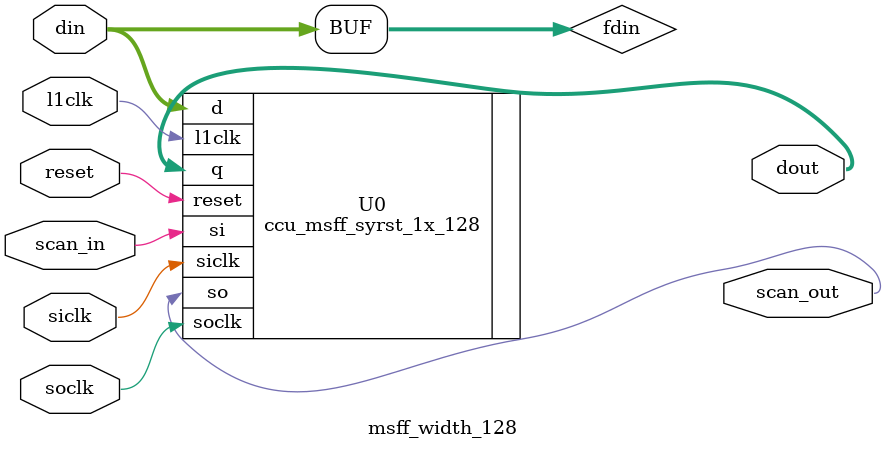
<source format=v>
module ccu_ucbflow_ctl (
  rst_n,
  iol2clk, 
  scan_in, 
  scan_out, 
  tcu_pce_ov, 
  tcu_clk_stop, 
  tcu_aclk, 
  tcu_bclk, 
  tcu_scan_en, 
  ncu_ccu_vld, 
  ncu_ccu_data, 
  ccu_ncu_stall, 
  ccu_ncu_vld, 
  ccu_ncu_data, 
  ncu_ccu_stall, 
  rd_req_vld, 
  wr_req_vld, 
  thr_id_in, 
  buf_id_in, 
  addr_in, 
  data_in, 
  req_acpted, 
  rd_ack_vld, 
  rd_nack_vld, 
  thr_id_out, 
  buf_id_out, 
  data_out, 
  ack_busy) ;
wire indata_buf_vld;
wire [127:0] indata_buf;
wire ccu_ucbbusin4_ctl_scanin;
wire ccu_ucbbusin4_ctl_scanout;
wire ccu_ncu_stall_a1;
wire read_pending;
wire write_pending;
wire buf_full;
wire rd_buf;
wire [1:0] buf_head_next;
wire [1:0] buf_head;
wire buf_head_next0_;
wire buf_head0_;
wire buf_head_ff0_scanin;
wire buf_head_ff0_scanout;
wire l1clk;
wire buf_head_ff1_scanin;
wire buf_head_ff1_scanout;
wire wr_buf;
wire [1:0] buf_tail_next;
wire [1:0] buf_tail;
wire buf_tail_next0_;
wire buf_tail0_;
wire buf_tail_ff0_scanin;
wire buf_tail_ff0_scanout;
wire buf_tail_ff1_scanin;
wire buf_tail_ff1_scanout;
wire buf_full_next;
wire buf_full_ff_scanin;
wire buf_full_ff_scanout;
wire buf_empty_next;
wire buf_empty_next_;
wire buf_empty;
wire buf_empty_;
wire buf_empty_ff_scanin;
wire buf_empty_ff_scanout;
wire [116:0] req_in;
wire [8:0] unconnected_rsvd;
wire buf0_en;
wire buf0_ff_scanin;
wire buf0_ff_scanout;
wire [116:0] buf0;
wire buf1_en;
wire buf1_ff_scanin;
wire buf1_ff_scanout;
wire [116:0] buf1;
wire [116:0] req_out;
wire [2:0] unconnected_size_in;
wire wr_req_vld_nq;
wire rd_req_vld_nq;
wire ack_buf_wr;
wire ack_buf_vld_next;
wire ack_buf_rd;
wire ack_buf_vld;
wire ack_buf_vld_ff_scanin;
wire ack_buf_vld_ff_scanout;
wire ack_buf_is_nack_ff_scanin;
wire ack_buf_is_nack_ff_scanout;
wire ack_buf_is_nack;
wire [3:0] ack_typ_out;
wire [75:0] ack_buf_in;
wire ack_buf_ff_scanin;
wire ack_buf_ff_scanout;
wire [75:0] ack_buf;
wire [31:0] ack_buf_vec;
wire outdata_buf_busy;
wire outdata_buf_wr;
wire [127:0] outdata_buf_in;
wire [31:0] outdata_vec_in;
wire ccu_ucbbusout4_ctl_scanin;
wire ccu_ucbbusout4_ctl_scanout;
wire se;
wire siclk;
wire soclk;
wire pce_ov;
wire stop;



// Globals
input		rst_n;
input		iol2clk;
input		scan_in;
output		scan_out;
input		tcu_pce_ov;
input		tcu_clk_stop;
input		tcu_aclk    ;
input		tcu_bclk    ;
input           tcu_scan_en ;

// Downstream from NCU
input           ncu_ccu_vld;
input  [3:0]    ncu_ccu_data;
output          ccu_ncu_stall;

// Upstream to NCU
output          ccu_ncu_vld;
output [3:0]    ccu_ncu_data;
input           ncu_ccu_stall;

// CMDs to local unit
output          rd_req_vld;
output          wr_req_vld;
output [5:0]    thr_id_in;
output [1:0]    buf_id_in;
output [39:0]   addr_in;
output [63:0]   data_in;
input           req_acpted;

// Ack/Nack from local unit
input           rd_ack_vld;
input           rd_nack_vld;
input  [5:0]    thr_id_out;
input  [1:0]    buf_id_out;
input  [63:0]   data_out;
output          ack_busy;




// Local signals




//wire           int_buf_rd;
//wire           int_buf_wr;
//wire           int_buf_vld;
//wire           int_buf_vld_next;
//wire  [6:0]    int_buf_in;
//wire  [6:0]    int_buf;
//wire  [3:0]    int_buf_vec;

//wire           int_last_rd;
   
   
////////////////////////////////////////////////////////////////////////
// Code starts here
////////////////////////////////////////////////////////////////////////
/************************************************************
 * Inbound Data
 ************************************************************/
/*ccu_ucbbusin4_ctl auto_template ( .scan_in(ccu_ucbbusin4_ctl_scanin),
				    .vld(ncu_ccu_vld),
				    .data(ncu_ccu_data[3:0]),
				    .stall(ccu_ncu_stall),
				    .stall_a1(ccu_ncu_stall_a1) );
*/
ccu_ucbbusin4_ctl ccu_ucbbusin4_ctl (/*autoinst*/
				     // Outputs
				     .stall(ccu_ncu_stall),	 // Templated
				     .indata_buf_vld(indata_buf_vld),
				     .indata_buf(indata_buf[127:0]),
				     // Inputs
				     .rst_n(rst_n),
				     .scan_in(ccu_ucbbusin4_ctl_scanin),
				     .scan_out(ccu_ucbbusin4_ctl_scanout),
				     .iol2clk(iol2clk),
				     .tcu_pce_ov(tcu_pce_ov),
				     .tcu_clk_stop(tcu_clk_stop),
				     .tcu_aclk    (tcu_aclk    ),
				     .tcu_bclk    (tcu_bclk    ),
				     .tcu_scan_en (tcu_scan_en ),
				     .vld(ncu_ccu_vld),		 // Templated
				     .data(ncu_ccu_data[3:0]),	 // Templated
				     .stall_a1(ccu_ncu_stall_a1)); // Templated

/************************************************************
 * Decode inbound packet type
 ************************************************************/
assign     read_pending = (indata_buf[3:0] == 4'b0100) & indata_buf_vld;

assign     write_pending = (indata_buf[3:0] == 4'b0101) & indata_buf_vld;

assign     ccu_ncu_stall_a1 = (read_pending | write_pending) & buf_full;

/************************************************************
 * Inbound buffer
 ************************************************************/
// Head pointer
assign     rd_buf = req_acpted;
assign     buf_head_next[1:0] = rd_buf ? {buf_head[0],buf_head[1]} : buf_head[1:0];

assign     buf_head_next0_ = ~buf_head_next[0] ;
assign     buf_head[0] = ~buf_head0_ ;
msff_width_1 buf_head_ff0 
				(
				.scan_in(buf_head_ff0_scanin),
				.scan_out(buf_head_ff0_scanout),
				.dout		(buf_head0_),
				.l1clk		(l1clk),
				.din		(buf_head_next0_),
  .reset(rst_n),
  .siclk(siclk),
  .soclk(soclk)
				);

msff_width_1 buf_head_ff1 
				(
				.scan_in(buf_head_ff1_scanin),
				.scan_out(buf_head_ff1_scanout),
				.dout		(buf_head[1]),
				.l1clk		(l1clk),
				.din		(buf_head_next[1]),
  .reset(rst_n),
  .siclk(siclk),
  .soclk(soclk)
				);

// Tail pointer
assign     wr_buf = (read_pending | write_pending) & ~buf_full;

assign     buf_tail_next[1:0] = wr_buf ? {buf_tail[0], buf_tail[1]} : buf_tail[1:0];

assign   buf_tail_next0_ = ~buf_tail_next[0];
assign   buf_tail[0] = ~buf_tail0_ ;
msff_width_1 buf_tail_ff0 
				(
				.scan_in(buf_tail_ff0_scanin),
				.scan_out(buf_tail_ff0_scanout),
				.dout		(buf_tail0_),
				.l1clk		(l1clk),
				.din		(buf_tail_next0_),
  .reset(rst_n),
  .siclk(siclk),
  .soclk(soclk)
				);

msff_width_1 buf_tail_ff1 
				(
				.scan_in(buf_tail_ff1_scanin),
				.scan_out(buf_tail_ff1_scanout),
				.dout		(buf_tail[1]),
				.l1clk		(l1clk),
				.din		(buf_tail_next[1]),
  .reset(rst_n),
  .siclk(siclk),
  .soclk(soclk)
				);

// Buffer full
assign     buf_full_next = (buf_head_next[1:0] == buf_tail_next[1:0]) & wr_buf;
msff_en_width_1 buf_full_ff  
				(
				.scan_in(buf_full_ff_scanin),
				.scan_out(buf_full_ff_scanout),
				.dout		(buf_full),
				.l1clk		(l1clk),
				.en		(rd_buf|wr_buf),
				.din		(buf_full_next),
  .reset(rst_n),
  .siclk(siclk),
  .soclk(soclk)
				);

// Buffer empty
assign     buf_empty_next = ((buf_head_next[1:0] == buf_tail_next[1:0]) & rd_buf) ;
assign     buf_empty_next_ = ~buf_empty_next ;
assign     buf_empty = ~buf_empty_ ;
msff_en_width_1 buf_empty_ff  
				(
				.scan_in(buf_empty_ff_scanin),
				.scan_out(buf_empty_ff_scanout),
				.dout		(buf_empty_),
				.l1clk		(l1clk),
				.en		(rd_buf|wr_buf),
				.din		(buf_empty_next_),
  .reset(rst_n),
  .siclk(siclk),
  .soclk(soclk)
				);

assign     { req_in[116:53],
	     unconnected_rsvd[8:0],
	     req_in[52:0] }   = { indata_buf[127:64],
	                          indata_buf[63:55],
                                  indata_buf[54:15],
                                  indata_buf[14:12],
                                  indata_buf[11:10],
                                  indata_buf[9:4],
                                  write_pending,
                                  read_pending };
          
// Buffer 0
assign     buf0_en = buf_tail[0] & wr_buf;
msff_en_width_117 buf0_ff  
				(
				.scan_in(buf0_ff_scanin),
				.scan_out(buf0_ff_scanout),
				.dout		(buf0[116:0]),
				.l1clk		(l1clk),
				.en		(buf0_en),
				.din		(req_in[116:0]),
  .reset(rst_n),
  .siclk(siclk),
  .soclk(soclk)
				);
// Buffer 1
assign buf1_en = buf_tail[1] & wr_buf;
msff_en_width_117 buf1_ff  
				(
				.scan_in(buf1_ff_scanin),
				.scan_out(buf1_ff_scanout),
				.dout		(buf1[116:0]),
				.l1clk		(l1clk),
				.en		(buf1_en),
				.din		(req_in[116:0]),
  .reset(rst_n),
  .siclk(siclk),
  .soclk(soclk)
				);

assign     req_out[116:0] = buf_head[0] ? buf0[116:0] :
                            buf_head[1] ? buf1[116:0] : 117'b0;

   
/************************************************************
* Inbound interface to local unit
************************************************************/
assign     {data_in[63:0],
            addr_in[39:0],
            unconnected_size_in[2:0],
            buf_id_in[1:0],
            thr_id_in[5:0],
            wr_req_vld_nq,
            rd_req_vld_nq} = req_out[116:0];

assign      rd_req_vld = rd_req_vld_nq & ~buf_empty;
assign      wr_req_vld = wr_req_vld_nq & ~buf_empty;
 
 
/************************************************************
 * Outbound Ack/Nack
 ************************************************************/
assign     ack_buf_wr = rd_ack_vld | rd_nack_vld;

assign     ack_buf_vld_next = ack_buf_wr ? 1'b1 :
                              ack_buf_rd ? 1'b0 : ack_buf_vld;

msff_width_1 ack_buf_vld_ff 
				(
				.scan_in(ack_buf_vld_ff_scanin),
				.scan_out(ack_buf_vld_ff_scanout),
				.dout		(ack_buf_vld),
				.l1clk		(l1clk),
				.din		(ack_buf_vld_next),
  .reset(rst_n),
  .siclk(siclk),
  .soclk(soclk)
				);

msff_en_width_1 ack_buf_is_nack_ff  
				(
				.scan_in(ack_buf_is_nack_ff_scanin),
				.scan_out(ack_buf_is_nack_ff_scanout),
				.dout		(ack_buf_is_nack),
				.l1clk		(l1clk),
				.en		(ack_buf_wr),
				.din		(rd_nack_vld),
  .reset(rst_n),
  .siclk(siclk),
  .soclk(soclk)
				);

assign     ack_typ_out[3:0] = rd_ack_vld ? 4'b0001: //UCB_READ_ACK
                                           4'b0000; //UCB_READ_NACK
   
assign     ack_buf_in[75:0] = {  data_out[63:0],
                                buf_id_out[1:0],
                                thr_id_out[5:0],
                               ack_typ_out[3:0]  };
   
msff_en_width_76 ack_buf_ff  
				(
				.scan_in(ack_buf_ff_scanin),
				.scan_out(ack_buf_ff_scanout),
				.dout		(ack_buf[75:0]),
				.l1clk		(l1clk),
				.en		(ack_buf_wr),
				.din		(ack_buf_in[75:0]),
  .reset(rst_n),
  .siclk(siclk),
  .soclk(soclk)
				);

assign     ack_buf_vec[31:0] = ack_buf_is_nack  ? {16'h0000,16'hffff} : {32'hffff_ffff} ;
   
assign     ack_busy = ack_buf_vld;
   
assign     ack_buf_rd = ~outdata_buf_busy & ack_buf_vld ;

assign     outdata_buf_wr = ack_buf_rd ;

assign     outdata_buf_in[127:0] = {ack_buf[75:12],      //payload 64bit
                                    9'b0,                //reserved [63:55]
                                    40'h00_0000_0000,    //40bit addr [54:15]
                                    3'b000,              //size [14:12]
                                    ack_buf[11:10],      //buf_id 2bit
                                    ack_buf[9:4],        //thr_id 6bit
                                    ack_buf[3:0]};       //type 4bit
   
assign     outdata_vec_in[31:0] = ack_buf_vec[31:0] ;
   

/*ccu_ucbbusout4_ctl auto_template  (
				       .vld(ccu_ncu_vld),
				       .data(ccu_ncu_data[3:0]),
				       .stall(ncu_ccu_stall),
				       .outdata_vec_in(outdata_vec_in[31:0]) );
*/
ccu_ucbbusout4_ctl ccu_ucbbusout4_ctl (/*autoinst*/
				       // Outputs
				       .vld(ccu_ncu_vld),	 // Templated
				       .data(ccu_ncu_data[3:0]), // Templated
				       .outdata_buf_busy(outdata_buf_busy),
				       // Inputs
				       .rst_n (rst_n),
				       .scan_in(ccu_ucbbusout4_ctl_scanin),
				       .scan_out(ccu_ucbbusout4_ctl_scanout),
				       .iol2clk(iol2clk),
				       .tcu_pce_ov(tcu_pce_ov),
				       .tcu_clk_stop(tcu_clk_stop),
				       .tcu_aclk    (tcu_aclk    ),
				       .tcu_bclk    (tcu_bclk    ),
				       .tcu_scan_en (tcu_scan_en ),
				       .stall(ncu_ccu_stall),	 // Templated
				       .outdata_buf_in(outdata_buf_in[127:0]),
				       .outdata_vec_in(outdata_vec_in[31:0]), // Templated
				       .outdata_buf_wr(outdata_buf_wr));

// scan renames
assign se = tcu_scan_en;
// end scan

/**** adding clock header ****/
l1clkhdr_wrapper clkgen (
				.l2clk	(iol2clk),
				.l1en	(1'b1),
                             // .pce_ov (1'b0   ),
                                .stop   (1'b0   ),
                             // .se     (1'b0   ),
				.l1clk	(l1clk),
  .pce_ov(pce_ov),
  .se(se)
				);

/*** building tcu port ***/
assign	siclk = tcu_aclk    ;
assign	soclk = tcu_bclk    ;
assign	pce_ov = tcu_pce_ov;
assign	stop = tcu_clk_stop;

// fixscan start:
assign ccu_ucbbusin4_ctl_scanin  = scan_in                  ;
assign buf_head_ff0_scanin       = ccu_ucbbusin4_ctl_scanout;
assign buf_head_ff1_scanin       = buf_head_ff0_scanout     ;
assign buf_tail_ff0_scanin       = buf_head_ff1_scanout     ;
assign buf_tail_ff1_scanin       = buf_tail_ff0_scanout     ;
assign buf_full_ff_scanin        = buf_tail_ff1_scanout     ;
assign buf_empty_ff_scanin       = buf_full_ff_scanout      ;
assign buf0_ff_scanin            = buf_empty_ff_scanout     ;
assign buf1_ff_scanin            = buf0_ff_scanout          ;
assign ack_buf_vld_ff_scanin     = buf1_ff_scanout          ;
assign ack_buf_is_nack_ff_scanin = ack_buf_vld_ff_scanout   ;
assign ack_buf_ff_scanin         = ack_buf_is_nack_ff_scanout;
assign ccu_ucbbusout4_ctl_scanin = ack_buf_ff_scanout       ;
assign scan_out                  = ccu_ucbbusout4_ctl_scanout;
// fixscan end:
endmodule // ucb_flow_ccu

// verilog-library-directories:(".")


// Verilog define statements for ccu_ucbbusin4_ctl.sv and ccu_ucbbusout4_ctl.sv:

`define UCB_BUS_WIDTH     4
`define UCB_BUS_WIDTH_M1  3
`define CYC_NUM          32
`define CYC_NUM_M1       31


// `define UCB_BUS_WIDTH 4
// `define UCB_BUS_WIDTH_M1 3
// `define CYC_NUM 32
// `define CYC_NUM_M1 31

module ccu_ucbbusin4_ctl (
  rst_n, 
  iol2clk, 
  scan_in, 
  scan_out, 
  tcu_pce_ov, 
  tcu_clk_stop, 
  tcu_aclk, 
  tcu_bclk, 
  tcu_scan_en, 
  vld, 
  data, 
  stall, 
  indata_buf_vld, 
  indata_buf, 
  stall_a1) ;
wire stall_d1_;
wire stall_d1;
wire vld_d1_ff_scanin;
wire vld_d1_ff_scanout;
wire vld_d1;
wire l1clk;
wire data_d1_ff_scanin;
wire data_d1_ff_scanout;
wire [3:0] data_d1;
wire stall_ff_scanin;
wire stall_ff_scanout;
wire stall_d1_ff_scanin;
wire stall_d1_ff_scanout;
wire skid_buf0_en;
wire vld_buf0_ff_scanin;
wire vld_buf0_ff_scanout;
wire vld_buf0;
wire data_buf0_ff_scanin;
wire data_buf0_ff_scanout;
wire [3:0] data_buf0;
wire skid_buf1_en_ff_scanin;
wire skid_buf1_en_ff_scanout;
wire skid_buf1_en;
wire vld_buf1_ff_scanin;
wire vld_buf1_ff_scanout;
wire vld_buf1;
wire data_buf1_ff_scanin;
wire data_buf1_ff_scanout;
wire [3:0] data_buf1;
wire skid_buf0_sel;
wire skid_buf1_sel_ff_scanin;
wire skid_buf1_sel_ff_scanout;
wire skid_buf1_sel;
wire vld_mux;
wire [3:0] data_mux;
wire [31:0] indata_vec_next;
wire [31:0] indata_vec;
wire stall_a1_;
wire indata_vec_ff_scanin;
wire indata_vec_ff_scanout;
wire [127:0] indata_buf_next;
wire indata_buf_ff_scanin;
wire indata_buf_ff_scanout;
wire indata_vec0_d1_ff_scanin;
wire indata_vec0_d1_ff_scanout;
wire indata_vec0_d1;
wire siclk;
wire soclk;
wire pce_ov;
wire stop;
wire se;


////////////////////////////////////////////////////////////////////////
// Signal declarations
////////////////////////////////////////////////////////////////////////
// Global interface
input		rst_n;
input		iol2clk;
input		scan_in;
output		scan_out;
input		tcu_pce_ov;
input		tcu_clk_stop;
input		tcu_aclk    ;
input		tcu_bclk    ;
input		tcu_scan_en ;

// UCB bus interface
input		vld;
input [`UCB_BUS_WIDTH_M1 :0]	data;
output		stall;


// Local interface
output		indata_buf_vld;
output [127:0]	indata_buf;
input		stall_a1;


// Internal signals

////////////////////////////////////////////////////////////////////////
// Code starts here
////////////////////////////////////////////////////////////////////////
/************************************************************
 * UCB bus interface flops
 * This is to make signals going between IOB and UCB flop-to-flop
 * to improve timing.
 ************************************************************/
assign stall_d1_ = ~stall_d1;
msff_en_width_1 vld_d1_ff  
				(
				.scan_in(vld_d1_ff_scanin),
				.scan_out(vld_d1_ff_scanout),
				.dout		(vld_d1),
				.l1clk		(l1clk),
				.en		(stall_d1_),
				.din		(vld),
  .reset(rst_n),
  .siclk(siclk),
  .soclk(soclk)
				);

msff_en_width_4 data_d1_ff  
				(
				.scan_in(data_d1_ff_scanin),
				.scan_out(data_d1_ff_scanout),
				.dout		(data_d1[`UCB_BUS_WIDTH_M1:0]),
				.l1clk		(l1clk),
				.en		(stall_d1_),
				.din		(data[`UCB_BUS_WIDTH_M1:0]),
  .reset(rst_n),
  .siclk(siclk),
  .soclk(soclk)
				);

msff_width_1 stall_ff 
				(
				.scan_in(stall_ff_scanin),
				.scan_out(stall_ff_scanout),
				.dout		(stall),
				.l1clk		(l1clk),
				.din		(stall_a1),
  .reset(rst_n),
  .siclk(siclk),
  .soclk(soclk)
				);

msff_width_1 stall_d1_ff 
				(
				.scan_in(stall_d1_ff_scanin),
				.scan_out(stall_d1_ff_scanout),
				.dout		(stall_d1),
				.l1clk		(l1clk),
				.din		(stall),
  .reset(rst_n),
  .siclk(siclk),
  .soclk(soclk)
				);


/************************************************************
 * Skid buffer
 * We need a two deep skid buffer to handle stalling.
 ************************************************************/
// Assertion: stall has to be deasserted for more than 1 cycle
//            ie time between two separate stalls has to be
//            at least two cycles.  Otherwise, contents from
//            skid buffer will be lost.

// Buffer 0
assign  skid_buf0_en = stall_a1 & ~stall;

msff_en_width_1 vld_buf0_ff  
				(
				.scan_in(vld_buf0_ff_scanin),
				.scan_out(vld_buf0_ff_scanout),
				.dout		(vld_buf0),
				.l1clk		(l1clk),
				.en		(skid_buf0_en),
				.din		(vld_d1),
  .reset(rst_n),
  .siclk(siclk),
  .soclk(soclk)
				);

msff_en_width_4 data_buf0_ff   
				(
				.scan_in(data_buf0_ff_scanin),
				.scan_out(data_buf0_ff_scanout),
				.dout		(data_buf0[`UCB_BUS_WIDTH_M1 :0]),
				.l1clk		(l1clk),
				.en		(skid_buf0_en),
				.din		(data_d1[`UCB_BUS_WIDTH_M1 :0]),
  .reset(rst_n),
  .siclk(siclk),
  .soclk(soclk)
				);

// Buffer 1
msff_width_1 skid_buf1_en_ff 
				(
				.scan_in(skid_buf1_en_ff_scanin),
				.scan_out(skid_buf1_en_ff_scanout),
				.dout		(skid_buf1_en),
				.l1clk		(l1clk),
				.din		(skid_buf0_en),
  .reset(rst_n),
  .siclk(siclk),
  .soclk(soclk)
				);

msff_en_width_1 vld_buf1_ff  
				(
				.scan_in(vld_buf1_ff_scanin),
				.scan_out(vld_buf1_ff_scanout),
				.dout		(vld_buf1),
				.l1clk		(l1clk),
				.en		(skid_buf1_en),
				.din		(vld_d1),
  .reset(rst_n),
  .siclk(siclk),
  .soclk(soclk)
				);

msff_en_width_4 data_buf1_ff   
				(
				.scan_in(data_buf1_ff_scanin),
				.scan_out(data_buf1_ff_scanout),
				.dout		(data_buf1[`UCB_BUS_WIDTH_M1 :0]),
				.l1clk		(l1clk),
				.en		(skid_buf1_en),
				.din		(data_d1[`UCB_BUS_WIDTH_M1 :0]),
  .reset(rst_n),
  .siclk(siclk),
  .soclk(soclk)
				);


/************************************************************
 * Mux between skid buffer and interface flop
 ************************************************************/
// Assertion: stall has to be deasserted for more than 1 cycle
//            ie time between two separate stalls has to be
//            at least two cycles.  Otherwise, contents from
//            skid buffer will be lost.

assign	skid_buf0_sel = ~stall_a1 & stall;

msff_width_1 skid_buf1_sel_ff 
				(
				.scan_in(skid_buf1_sel_ff_scanin),
				.scan_out(skid_buf1_sel_ff_scanout),
				.dout		(skid_buf1_sel),
				.l1clk		(l1clk),
				.din		(skid_buf0_sel),
  .reset(rst_n),
  .siclk(siclk),
  .soclk(soclk)
				);

assign	vld_mux = skid_buf0_sel ? vld_buf0 : 
	   	     skid_buf1_sel ? vld_buf1 :
		                     vld_d1;

assign	data_mux[`UCB_BUS_WIDTH_M1 :0] = skid_buf0_sel ? data_buf0[`UCB_BUS_WIDTH_M1 :0] : 
					skid_buf1_sel ? data_buf1[`UCB_BUS_WIDTH_M1 :0] : 
					       		 data_d1[`UCB_BUS_WIDTH_M1 :0];


/************************************************************
 * Assemble inbound data
 ************************************************************/
// valid vector
assign	indata_vec_next[`CYC_NUM_M1:0] = {vld_mux, indata_vec[`CYC_NUM_M1 :1]};

assign	stall_a1_ = ~stall_a1;
msff_en_width_32 indata_vec_ff   
				(
				.scan_in(indata_vec_ff_scanin),
				.scan_out(indata_vec_ff_scanout),
				.dout		(indata_vec[`CYC_NUM_M1 :0]),
				.l1clk		(l1clk),
				.en		(stall_a1_),
				.din		(indata_vec_next[`CYC_NUM_M1 :0]),
  .reset(rst_n),
  .siclk(siclk),
  .soclk(soclk)
				);

// data buffer
assign	indata_buf_next[127:0] = {data_mux[`UCB_BUS_WIDTH_M1 :0], indata_buf[127:`UCB_BUS_WIDTH ]};
msff_en_width_128 indata_buf_ff  
				(
				.scan_in(indata_buf_ff_scanin),
				.scan_out(indata_buf_ff_scanout),
				.dout		(indata_buf[127:0]),
				.l1clk		(l1clk),
				.en		(stall_a1_),
				.din		(indata_buf_next[127:0]),
  .reset(rst_n),
  .siclk(siclk),
  .soclk(soclk)
				);

// detect a new packet	  
msff_en_width_1 indata_vec0_d1_ff  
				(
				.scan_in(indata_vec0_d1_ff_scanin),
				.scan_out(indata_vec0_d1_ff_scanout),
				.dout		(indata_vec0_d1),
				.l1clk		(l1clk),
				.en		(stall_a1_),
				.din		(indata_vec[0]),
  .reset(rst_n),
  .siclk(siclk),
  .soclk(soclk)
				);

assign	indata_buf_vld = indata_vec[0] & ~indata_vec0_d1;



/**** adding clock header ****/
l1clkhdr_wrapper clkgen (
				.l2clk	(iol2clk),
				.l1en	(1'b1),
                             // .pce_ov (1'b0   ),
                                .stop   (1'b0   ),
                             // .se     (1'b0   ),
				.l1clk	(l1clk),
  .pce_ov(pce_ov),
  .se(se)
				);

/*** building tcu port ***/
assign	siclk  = tcu_aclk    ;
assign	soclk  = tcu_bclk    ;
assign	pce_ov = tcu_pce_ov  ;
assign	stop   = tcu_clk_stop;
// scan renames
assign  se     = tcu_scan_en ;
// end scan

// fixscan start:
assign vld_d1_ff_scanin          = scan_in                  ;
assign data_d1_ff_scanin         = vld_d1_ff_scanout        ;
assign stall_ff_scanin           = data_d1_ff_scanout       ;
assign stall_d1_ff_scanin        = stall_ff_scanout         ;
assign vld_buf0_ff_scanin        = stall_d1_ff_scanout      ;
assign data_buf0_ff_scanin       = vld_buf0_ff_scanout      ;
assign skid_buf1_en_ff_scanin    = data_buf0_ff_scanout     ;
assign vld_buf1_ff_scanin        = skid_buf1_en_ff_scanout  ;
assign data_buf1_ff_scanin       = vld_buf1_ff_scanout      ;
assign skid_buf1_sel_ff_scanin   = data_buf1_ff_scanout     ;
assign indata_vec_ff_scanin      = skid_buf1_sel_ff_scanout ;
assign indata_buf_ff_scanin      = indata_vec_ff_scanout    ;
assign indata_vec0_d1_ff_scanin  = indata_buf_ff_scanout    ;
assign scan_out                  = indata_vec0_d1_ff_scanout;
// fixscan end:
endmodule // ucb_bus_in




// ***********************************************
// any PARAMS parms go into naming of macro
// ***********************************************

module msff_en_width_1 (
  reset,
  din, 
  en, 
  l1clk, 
  scan_in, 
  siclk, 
  soclk, 
  dout, 
  scan_out);
wire [0:0] fdin;

  input reset; 
  input [0:0] din;
  input en;
  input l1clk;
  input scan_in;


  input siclk;
  input soclk;

  output [0:0] dout;
  output scan_out;
assign fdin[0:0] = (din[0:0] & {1{en}}) | (dout[0:0] & ~{1{en}});



// dff /*#(1)*/  d0_0 (
cl_a1_msff_syrst_1x d0_0 ( 
.reset(reset),
.l1clk(l1clk),
.siclk(siclk),
.soclk(soclk),
.d(fdin[0:0]),
.si(scan_in),
.so(scan_out),
.q(dout[0:0])
);



endmodule



// ***********************************************
// any PARAMS parms go into naming of macro
// ***********************************************

module msff_en_width_4 (
  reset,
  din, 
  en, 
  l1clk, 
  scan_in, 
  siclk, 
  soclk, 
  dout, 
  scan_out);
wire [3:0] fdin;
wire [2:0] so;

  input reset;
  input [3:0] din;
  input en;
  input l1clk;
  input scan_in;


  input siclk;
  input soclk;

  output [3:0] dout;
  output scan_out;
assign fdin[3:0] = (din[3:0] & {4{en}}) | (dout[3:0] & ~{4{en}});


/* 
dff #(4)  d0_0 (
.l1clk(l1clk),
.siclk(siclk),
.soclk(soclk),
.d(fdin[3:0]),
.si({scan_in,so[2:0]}),
.so({so[2:0],scan_out}),
.q(dout[3:0])
);
*/

ccu_msff_syrst_1x_4 U0  (
	.reset(reset),
	.l1clk(l1clk),
	.siclk(siclk),
	.soclk(soclk),
	.d(fdin[3:0]),
	.si(scan_in),
	.so(scan_out),
	.q(dout[3:0])
);

endmodule



// ***********************************************
// any PARAMS parms go into naming of macro
// ***********************************************

module msff_width_1 (
  reset,
  din, 
  l1clk, 
  scan_in, 
  siclk, 
  soclk, 
  dout, 
  scan_out);
wire [0:0] fdin;

  input [0:0] din;
  input l1clk;
  input reset;
  input scan_in;


  input siclk;
  input soclk;

  output [0:0] dout;
  output scan_out;
assign fdin[0:0] = din[0:0];

// dff /*#(1)*/  d0_0 (
cl_a1_msff_syrst_1x U0 ( 
	.reset(reset),
	.l1clk(l1clk),
	.siclk(siclk),
	.soclk(soclk),
	.d(fdin[0:0]),
	.si(scan_in),
	.so(scan_out),
	.q(dout[0:0])
);


endmodule



// ***********************************************
// any PARAMS parms go into naming of macro
// ***********************************************

module msff_en_width_32 (
  reset,
  din, 
  en, 
  l1clk, 
  scan_in, 
  siclk, 
  soclk, 
  dout, 
  scan_out);
wire [31:0] fdin;
wire [30:0] so;

  input [31:0] din;
  input reset;
  input en;
  input l1clk;
  input scan_in;


  input siclk;
  input soclk;

  output [31:0] dout;
  output scan_out;
assign fdin[31:0] = (din[31:0] & {32{en}}) | (dout[31:0] & ~{32{en}});

// dff /*#(32)*/  d0_0 (
ccu_msff_syrst_1x_32 U0 ( 
	.reset(reset),
	.l1clk(l1clk),
	.siclk(siclk),
	.soclk(soclk),
	.d(fdin[31:0]),
	.si(scan_in), //	.si({scan_in,so[30:0]}),
	.so(scan_out),//  .so({so[30:0],scan_out}),
	.q(dout[31:0])
);


endmodule


// ***********************************************
// any PARAMS parms go into naming of macro
// ***********************************************


module msff_en_width_128 (
  reset,
  din, 
  en, 
  l1clk, 
  scan_in, 
  siclk, 
  soclk, 
  dout, 
  scan_out);
wire [127:0] fdin;
wire [126:0] so;

  input [127:0] din;
  input en;
  input reset;
  input l1clk;
  input scan_in;


  input siclk;
  input soclk;

  output [127:0] dout;
  output scan_out;
assign fdin[127:0] = (din[127:0] & {128{en}}) | (dout[127:0] & ~{128{en}});

/* 
dff /*#(128)  d0_0 (
.l1clk(l1clk),
.siclk(siclk),
.soclk(soclk),
.d(fdin[127:0]),
.si({scan_in,so[126:0]}),
.so({so[126:0],scan_out}),
.q(dout[127:0])
);
*/

ccu_msff_syrst_1x_128 U0 (
	.reset(reset),
	.l1clk(l1clk),
	.siclk(siclk),
	.soclk(soclk),
	.d(fdin[127:0]),
	.si(scan_in),
	.so(scan_out),
	.q(dout[127:0])
);

endmodule





// ***********************************************
// any PARAMS parms go into naming of macro
// ***********************************************

module l1clkhdr_wrapper (
  l2clk, 
  l1en, 
  pce_ov, 
  stop, 
  se, 
  l1clk);


  input l2clk;
  input l1en;
  input pce_ov;
  input stop;
  input se;
  output l1clk;



// cl_sc1_l1hdr_8x c_0 (
cl_a1_l1hdr_8x c_0 (		// using different l1 - mhassan 
  .l2clk(l2clk),
  .pce(l1en),
  .l1clk(l1clk),
  .se(se),
  .pce_ov(pce_ov),
  .stop(stop)
);



endmodule


// ***********************************************
// any PARAMS parms go into naming of macro
// ***********************************************

module msff_en_width_117 (
  reset,
  din, 
  en, 
  l1clk, 
  scan_in, 
  siclk, 
  soclk, 
  dout, 
  scan_out);
wire [116:0] fdin;
wire [115:0] so;

  input [116:0] din;
  input reset;
  input en;
  input l1clk;
  input scan_in;


  input siclk;
  input soclk;

  output [116:0] dout;
  output scan_out;

  assign fdin[116:0] = (din[116:0] & {117{en}}) | (dout[116:0] & ~{117{en}});

/*
dff /*#(117)  d0_0 (
.l1clk(l1clk),
.siclk(siclk),
.soclk(soclk),
.d(fdin[116:0]),
.si({scan_in,so[115:0]}),
.so({so[115:0],scan_out}),
.q(dout[116:0])
);
*/


ccu_msff_syrst_1x_117  U0 (
	.reset(reset),
	.l1clk(l1clk),
	.siclk(siclk),
	.soclk(soclk),
	.d(fdin[116:0]),
	.si(scan_in),
	.so(scan_out),
	.q(dout[116:0])
);



endmodule


// ***********************************************
// any PARAMS parms go into naming of macro
// ***********************************************

module msff_en_width_76 (
  reset, 
  din, 
  en, 
  l1clk, 
  scan_in, 
  siclk, 
  soclk, 
  dout, 
  scan_out);
wire [75:0] fdin;
wire [74:0] so;

  input [75:0] din;
  input en;
  input reset;
  input l1clk;
  input scan_in;


  input siclk;
  input soclk;

  output [75:0] dout;
  output scan_out;
assign fdin[75:0] = (din[75:0] & {76{en}}) | (dout[75:0] & ~{76{en}});


/*
dff /*#(76)  d0_0 (
.l1clk(l1clk),
.siclk(siclk),
.soclk(soclk),
.d(fdin[75:0]),
.si({scan_in,so[74:0]}),
.so({so[74:0],scan_out}),
.q(dout[75:0])
);
*/

ccu_msff_syrst_1x_76  U0 (
	.reset(reset),
	.l1clk(l1clk),
	.siclk(siclk),
	.soclk(soclk),
	.d(fdin[75:0]),
	.si(scan_in),
	.so(scan_out),
	.q(dout[75:0])
);


endmodule




// Verilog define statements for ccu_ucbbusin4_ctl.sv and ccu_ucbbusout4_ctl.sv:

`define UCB_BUS_WIDTH     4
`define UCB_BUS_WIDTH_M1  3
`define CYC_NUM          32
`define CYC_NUM_M1       31


// `define UCB_BUS_WIDTH 4
// `define UCB_BUS_WIDTH_M1 3
// `define CYC_NUM 32
// `define CYC_NUM_M1 31

module ccu_ucbbusout4_ctl (
  rst_n, 
  iol2clk, 
  scan_in, 
  scan_out, 
  tcu_pce_ov, 
  tcu_clk_stop, 
  tcu_aclk, 
  tcu_bclk, 
  tcu_scan_en, 
  vld, 
  data, 
  stall, 
  outdata_buf_busy, 
  outdata_buf_in, 
  outdata_vec_in, 
  outdata_buf_wr) ;
wire [31:0] outdata_vec;
wire [127:0] outdata_buf;
wire stall_d1_ff_scanin;
wire stall_d1_ff_scanout;
wire stall_d1;
wire l1clk;
wire load_outdata;
wire shift_outdata;
wire [31:0] outdata_vec_next;
wire outdata_vec_ff_scanin;
wire outdata_vec_ff_scanout;
wire [127:0] outdata_buf_next;
wire outdata_buf_ff_scanin;
wire outdata_buf_ff_scanout;
wire siclk;
wire soclk;
wire pce_ov;
wire stop;
wire se;


// Globals
input		rst_n;
input		iol2clk;
input		scan_in;
output		scan_out;
input		tcu_pce_ov;
input		tcu_clk_stop;
input		tcu_aclk    ;
input		tcu_bclk    ;
input		tcu_scan_en ;

// UCB bus interface
output		vld;
output [`UCB_BUS_WIDTH_M1 :0]	data;
input		stall;

// Local interface
output		outdata_buf_busy;
input [127:0]	outdata_buf_in;
input [`CYC_NUM_M1 :0]	outdata_vec_in;
input		outdata_buf_wr;

// Local signals

////////////////////////////////////////////////////////////////////////
// Code starts here
////////////////////////////////////////////////////////////////////////
/************************************************************
 * UCB bus interface flops
 ************************************************************/
assign 	 vld = outdata_vec[0];
assign 	 data[`UCB_BUS_WIDTH_M1 :0] = outdata_buf[`UCB_BUS_WIDTH_M1 :0];

msff_width_1 stall_d1_ff 
				(
				.scan_in(stall_d1_ff_scanin),
				.scan_out(stall_d1_ff_scanout),
				.dout		(stall_d1),
				.l1clk		(l1clk),
				.din		(stall),
  .reset(rst_n),
  .siclk(siclk),
  .soclk(soclk)
				);

/************************************************************
 * Outbound Data
 ************************************************************/
// accept new data only if there is none being processed
assign  load_outdata = outdata_buf_wr & ~outdata_buf_busy;

assign  outdata_buf_busy = outdata_vec[0] | stall_d1;

assign  shift_outdata = outdata_vec[0] & ~stall_d1;

assign  outdata_vec_next[`CYC_NUM_M1 :0] =
				load_outdata  ? outdata_vec_in[`CYC_NUM_M1 :0] : 
				shift_outdata ? {1'b0,outdata_vec[`CYC_NUM_M1 :1]} : 
						outdata_vec[`CYC_NUM_M1 :0] ;

msff_width_32 outdata_vec_ff  
				(
				.scan_in(outdata_vec_ff_scanin),
				.scan_out(outdata_vec_ff_scanout),
				.dout		(outdata_vec[`CYC_NUM_M1 :0]),
				.l1clk		(l1clk),
				.din		(outdata_vec_next[`CYC_NUM_M1 :0]),
  .reset(rst_n),
  .siclk(siclk),
  .soclk(soclk)
				);

assign  outdata_buf_next[127:0] = load_outdata  ? outdata_buf_in[127:0] :
		 		  shift_outdata ? (outdata_buf[127:0] >> `UCB_BUS_WIDTH ) :  
	                         		   outdata_buf[127:0] ;

msff_width_128 outdata_buf_ff 
				(
				.scan_in(outdata_buf_ff_scanin),
				.scan_out(outdata_buf_ff_scanout),
				.dout		(outdata_buf[127:0]),
				.l1clk		(l1clk),
				.din		(outdata_buf_next[127:0]),
  .reset(rst_n),
  .siclk(siclk),
  .soclk(soclk)
				);



/**** adding clock header ****/
l1clkhdr_wrapper clkgen (
				.l2clk	(iol2clk),
				.l1en	(1'b1),
                             // .pce_ov (1'b0   ),
                                .stop   (1'b0   ),
                             // .se     (1'b0   ),
				.l1clk	(l1clk),
  .pce_ov(pce_ov),
  .se(se)
				);

/*** building tcu port ***/
assign	siclk  = tcu_aclk    ;
assign	soclk  = tcu_bclk    ;
assign	pce_ov = tcu_pce_ov  ;
assign	stop   = tcu_clk_stop;
// scan renames
assign  se     = tcu_scan_en ;
// end scan

// fixscan start:
assign stall_d1_ff_scanin        = scan_in                  ;
assign outdata_vec_ff_scanin     = stall_d1_ff_scanout      ;
assign outdata_buf_ff_scanin     = outdata_vec_ff_scanout   ;
assign scan_out                  = outdata_buf_ff_scanout   ;
// fixscan end:
endmodule // ucb_bus_out




// ***********************************************
// any PARAMS parms go into naming of macro
// ***********************************************

module msff_width_32 (
  reset,
  din, 
  l1clk, 
  scan_in, 
  siclk, 
  soclk, 
  dout, 
  scan_out);
wire [31:0] fdin;
wire [30:0] so;

  input reset;
  input [31:0] din;
  input l1clk;
  input scan_in;


  input siclk;
  input soclk;

  output [31:0] dout;
  output scan_out;
assign fdin[31:0] = din[31:0];


/*
dff /*#(32)  d0_0 (
.l1clk(l1clk),
.siclk(siclk),
.soclk(soclk),
.d(fdin[31:0]),
.si({scan_in,so[30:0]}),
.so({so[30:0],scan_out}),
.q(dout[31:0])
);

*/

ccu_msff_syrst_1x_32 U0 ( 
	.reset(reset),
	.l1clk(l1clk),
	.siclk(siclk),
	.soclk(soclk),
	.d(fdin[31:0]),
	.si(scan_in), //	.si({scan_in,so[30:0]}),
	.so(scan_out),//  .so({so[30:0],scan_out}),
	.q(dout[31:0])
);



endmodule



// ***********************************************
// any PARAMS parms go into naming of macro
// ***********************************************

module msff_width_128 (
  reset,
  din, 
  l1clk, 
  scan_in, 
  siclk, 
  soclk, 
  dout, 
  scan_out);
wire [127:0] fdin;
wire [126:0] so;

  input reset;
  input [127:0] din;
  input l1clk;
  input scan_in;


  input siclk;
  input soclk;

  output [127:0] dout;
  output scan_out;
assign fdin[127:0] = din[127:0];



/*
dff /*#(128)  d0_0 (
.l1clk(l1clk),
.siclk(siclk),
.soclk(soclk),
.d(fdin[127:0]),
.si({scan_in,so[126:0]}),
.so({so[126:0],scan_out}),
.q(dout[127:0])
);
*/

ccu_msff_syrst_1x_128  U0 (
.reset(reset),
.l1clk(l1clk),
.siclk(siclk),
.soclk(soclk),
.d(fdin[127:0]),
.si(scan_in),
.so(scan_out),
.q(dout[127:0])
);


endmodule



</source>
